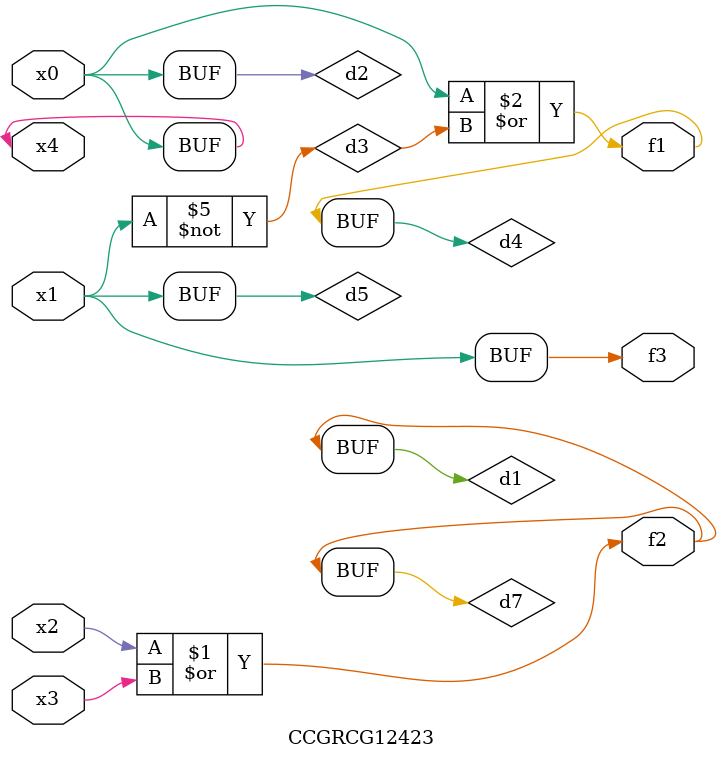
<source format=v>
module CCGRCG12423(
	input x0, x1, x2, x3, x4,
	output f1, f2, f3
);

	wire d1, d2, d3, d4, d5, d6, d7;

	or (d1, x2, x3);
	buf (d2, x0, x4);
	not (d3, x1);
	or (d4, d2, d3);
	not (d5, d3);
	nand (d6, d1, d3);
	or (d7, d1);
	assign f1 = d4;
	assign f2 = d7;
	assign f3 = d5;
endmodule

</source>
